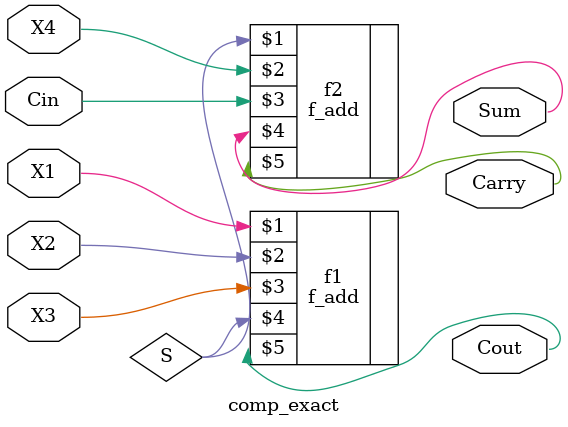
<source format=v>
`timescale 1ns / 1ps
module comp_exact(
    input X1,
    input X2,
    input X3,
    input X4,
    input Cin,
    output Sum,
    output Carry,
	 output Cout
    );

wire S;

f_add f1(X1,X2,X3,S,Cout);
f_add f2(S,X4,Cin,Sum,Carry);

endmodule

</source>
